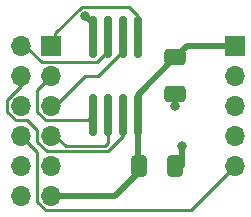
<source format=gtl>
G04 #@! TF.GenerationSoftware,KiCad,Pcbnew,7.0.7*
G04 #@! TF.CreationDate,2023-09-08T00:57:33+01:00*
G04 #@! TF.ProjectId,psram-pmod,70737261-6d2d-4706-9d6f-642e6b696361,A*
G04 #@! TF.SameCoordinates,Original*
G04 #@! TF.FileFunction,Copper,L1,Top*
G04 #@! TF.FilePolarity,Positive*
%FSLAX46Y46*%
G04 Gerber Fmt 4.6, Leading zero omitted, Abs format (unit mm)*
G04 Created by KiCad (PCBNEW 7.0.7) date 2023-09-08 00:57:33*
%MOMM*%
%LPD*%
G01*
G04 APERTURE LIST*
G04 Aperture macros list*
%AMRoundRect*
0 Rectangle with rounded corners*
0 $1 Rounding radius*
0 $2 $3 $4 $5 $6 $7 $8 $9 X,Y pos of 4 corners*
0 Add a 4 corners polygon primitive as box body*
4,1,4,$2,$3,$4,$5,$6,$7,$8,$9,$2,$3,0*
0 Add four circle primitives for the rounded corners*
1,1,$1+$1,$2,$3*
1,1,$1+$1,$4,$5*
1,1,$1+$1,$6,$7*
1,1,$1+$1,$8,$9*
0 Add four rect primitives between the rounded corners*
20,1,$1+$1,$2,$3,$4,$5,0*
20,1,$1+$1,$4,$5,$6,$7,0*
20,1,$1+$1,$6,$7,$8,$9,0*
20,1,$1+$1,$8,$9,$2,$3,0*%
G04 Aperture macros list end*
G04 #@! TA.AperFunction,ComponentPad*
%ADD10O,1.700000X1.700000*%
G04 #@! TD*
G04 #@! TA.AperFunction,ComponentPad*
%ADD11R,1.700000X1.700000*%
G04 #@! TD*
G04 #@! TA.AperFunction,SMDPad,CuDef*
%ADD12RoundRect,0.250000X-0.650000X0.412500X-0.650000X-0.412500X0.650000X-0.412500X0.650000X0.412500X0*%
G04 #@! TD*
G04 #@! TA.AperFunction,SMDPad,CuDef*
%ADD13RoundRect,0.150000X-0.150000X1.640000X-0.150000X-1.640000X0.150000X-1.640000X0.150000X1.640000X0*%
G04 #@! TD*
G04 #@! TA.AperFunction,SMDPad,CuDef*
%ADD14RoundRect,0.250000X-0.412500X-0.650000X0.412500X-0.650000X0.412500X0.650000X-0.412500X0.650000X0*%
G04 #@! TD*
G04 #@! TA.AperFunction,ViaPad*
%ADD15C,0.800000*%
G04 #@! TD*
G04 #@! TA.AperFunction,Conductor*
%ADD16C,0.500000*%
G04 #@! TD*
G04 #@! TA.AperFunction,Conductor*
%ADD17C,0.250000*%
G04 #@! TD*
G04 APERTURE END LIST*
D10*
X73310000Y-88900000D03*
X73310000Y-86360000D03*
X73310000Y-83820000D03*
X73310000Y-81280000D03*
X73310000Y-78740000D03*
X73310000Y-76200000D03*
X75850000Y-88900000D03*
X75850000Y-86360000D03*
X75850000Y-83820000D03*
X75850000Y-81280000D03*
X75850000Y-78740000D03*
D11*
X75850000Y-76200000D03*
D12*
X86360000Y-77177500D03*
X86360000Y-80302500D03*
D13*
X83185000Y-82030000D03*
X81915000Y-82030000D03*
X80645000Y-82030000D03*
X79375000Y-82030000D03*
X79375000Y-75450000D03*
X80645000Y-75450000D03*
X81915000Y-75450000D03*
X83185000Y-75450000D03*
D14*
X83235000Y-86360000D03*
X86360000Y-86360000D03*
D11*
X91440000Y-76200000D03*
D10*
X91440000Y-78740000D03*
X91440000Y-81280000D03*
X91440000Y-83820000D03*
X91440000Y-86360000D03*
D15*
X86924482Y-84654325D03*
X86360000Y-81280000D03*
X78740000Y-73660000D03*
D16*
X81280000Y-88900000D02*
X76200000Y-88900000D01*
X83185000Y-86995000D02*
X81280000Y-88900000D01*
X83185000Y-82030000D02*
X83185000Y-86995000D01*
D17*
X75413299Y-90125000D02*
X87675000Y-90125000D01*
X74675000Y-89386701D02*
X75413299Y-90125000D01*
X74675000Y-85185000D02*
X74675000Y-89386701D01*
X73310000Y-83820000D02*
X74675000Y-85185000D01*
X81915000Y-83821396D02*
X81915000Y-82030000D01*
X80616396Y-85120000D02*
X81915000Y-83821396D01*
X75488299Y-85120000D02*
X80616396Y-85120000D01*
X74675000Y-84306701D02*
X75488299Y-85120000D01*
X74675000Y-83333299D02*
X74675000Y-84306701D01*
X72823299Y-82455000D02*
X73796701Y-82455000D01*
X72135000Y-81766701D02*
X72823299Y-82455000D01*
X72135000Y-80793299D02*
X72135000Y-81766701D01*
X73796701Y-82455000D02*
X74675000Y-83333299D01*
X73310000Y-79618299D02*
X72135000Y-80793299D01*
X73310000Y-78740000D02*
X73310000Y-79618299D01*
X75363299Y-82455000D02*
X74675000Y-81766701D01*
X78950000Y-82455000D02*
X75363299Y-82455000D01*
X74675000Y-81766701D02*
X74675000Y-79915000D01*
X74675000Y-79915000D02*
X75850000Y-78740000D01*
X79375000Y-82030000D02*
X78950000Y-82455000D01*
D16*
X86360000Y-80302500D02*
X86360000Y-81280000D01*
X86945000Y-84674843D02*
X86924482Y-84654325D01*
X86945000Y-86360000D02*
X86945000Y-84674843D01*
X79375000Y-74295000D02*
X78740000Y-73660000D01*
X79375000Y-75450000D02*
X79375000Y-74295000D01*
X87337500Y-76200000D02*
X91440000Y-76200000D01*
X86360000Y-77177500D02*
X87337500Y-76200000D01*
X83185000Y-80352500D02*
X83185000Y-82030000D01*
X86360000Y-77177500D02*
X83185000Y-80352500D01*
D17*
X87675000Y-90125000D02*
X91440000Y-86360000D01*
X82410000Y-72885000D02*
X83185000Y-73660000D01*
X78415000Y-72885000D02*
X82410000Y-72885000D01*
X83185000Y-73660000D02*
X83185000Y-75450000D01*
X76200000Y-75100000D02*
X78415000Y-72885000D01*
X76200000Y-76200000D02*
X76200000Y-75100000D01*
X80645000Y-76641751D02*
X80645000Y-75450000D01*
X75025000Y-77565000D02*
X79721751Y-77565000D01*
X73660000Y-76200000D02*
X75025000Y-77565000D01*
X79721751Y-77565000D02*
X80645000Y-76641751D01*
X78740000Y-78740000D02*
X79816751Y-78740000D01*
X80645000Y-84455000D02*
X80645000Y-82030000D01*
X77050000Y-84670000D02*
X80430000Y-84670000D01*
X80430000Y-84670000D02*
X80645000Y-84455000D01*
X76200000Y-83820000D02*
X77050000Y-84670000D01*
X81915000Y-76641751D02*
X81915000Y-75450000D01*
X79816751Y-78740000D02*
X81915000Y-76641751D01*
X76200000Y-81280000D02*
X78740000Y-78740000D01*
X80645000Y-74258249D02*
X80645000Y-75450000D01*
M02*

</source>
